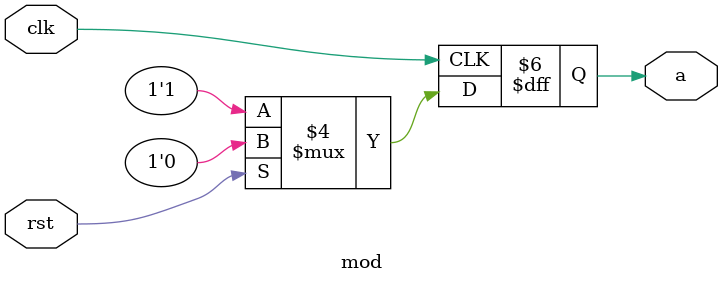
<source format=sv>
module mod (
  output logic a,
  input logic clk,
  input logic rst
);


always_ff @(posedge clk) begin
  if (!rst) begin
    a <= 1'h1;
  end
  else a <= 1'h0;
end
endmodule   // mod


</source>
